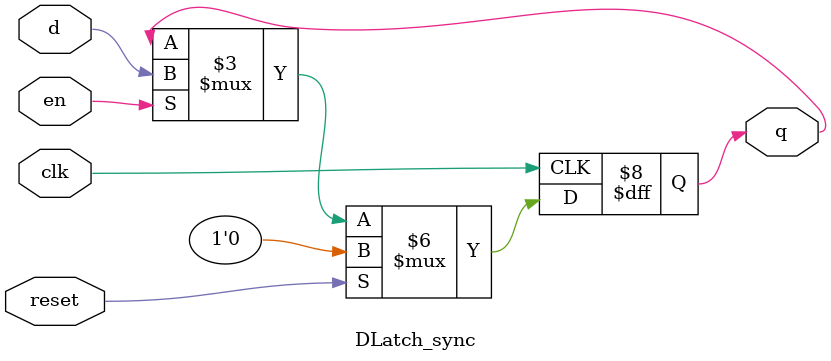
<source format=v>
module DLatch_sync (
    input wire clk, d, en, reset,
    output reg q
);

always @(posedge clk) begin
    if (reset)
        q <= 1'b0;      
    else if (en)
        q <= d;         
    else
        q <= q;         
end

endmodule


</source>
